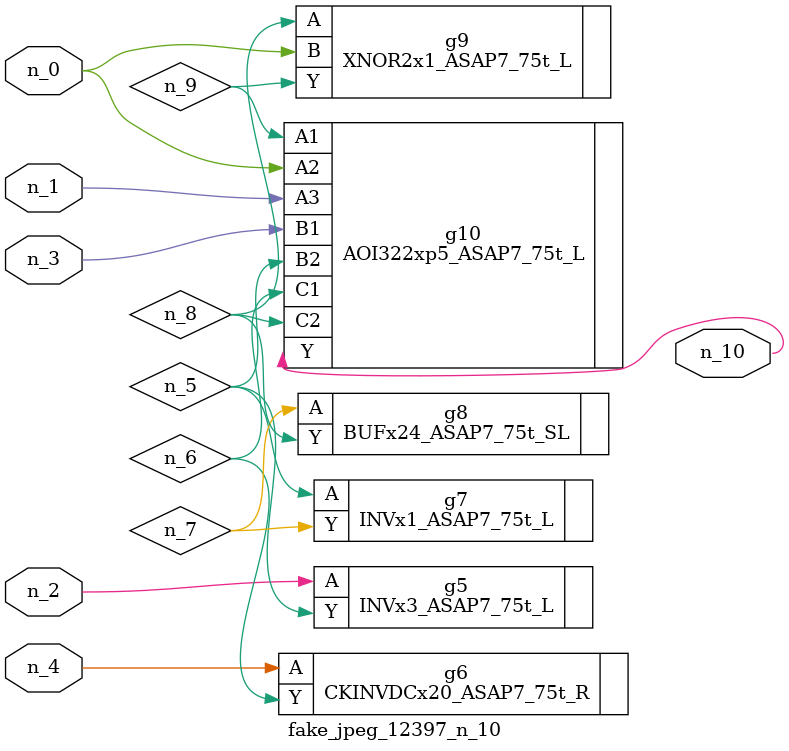
<source format=v>
module fake_jpeg_12397_n_10 (n_3, n_2, n_1, n_0, n_4, n_10);

input n_3;
input n_2;
input n_1;
input n_0;
input n_4;

output n_10;

wire n_8;
wire n_9;
wire n_6;
wire n_5;
wire n_7;

INVx3_ASAP7_75t_L g5 ( 
.A(n_2),
.Y(n_5)
);

CKINVDCx20_ASAP7_75t_R g6 ( 
.A(n_4),
.Y(n_6)
);

INVx1_ASAP7_75t_L g7 ( 
.A(n_5),
.Y(n_7)
);

BUFx24_ASAP7_75t_SL g8 ( 
.A(n_7),
.Y(n_8)
);

XNOR2x1_ASAP7_75t_L g9 ( 
.A(n_8),
.B(n_0),
.Y(n_9)
);

AOI322xp5_ASAP7_75t_L g10 ( 
.A1(n_9),
.A2(n_0),
.A3(n_1),
.B1(n_3),
.B2(n_5),
.C1(n_6),
.C2(n_8),
.Y(n_10)
);


endmodule
</source>
